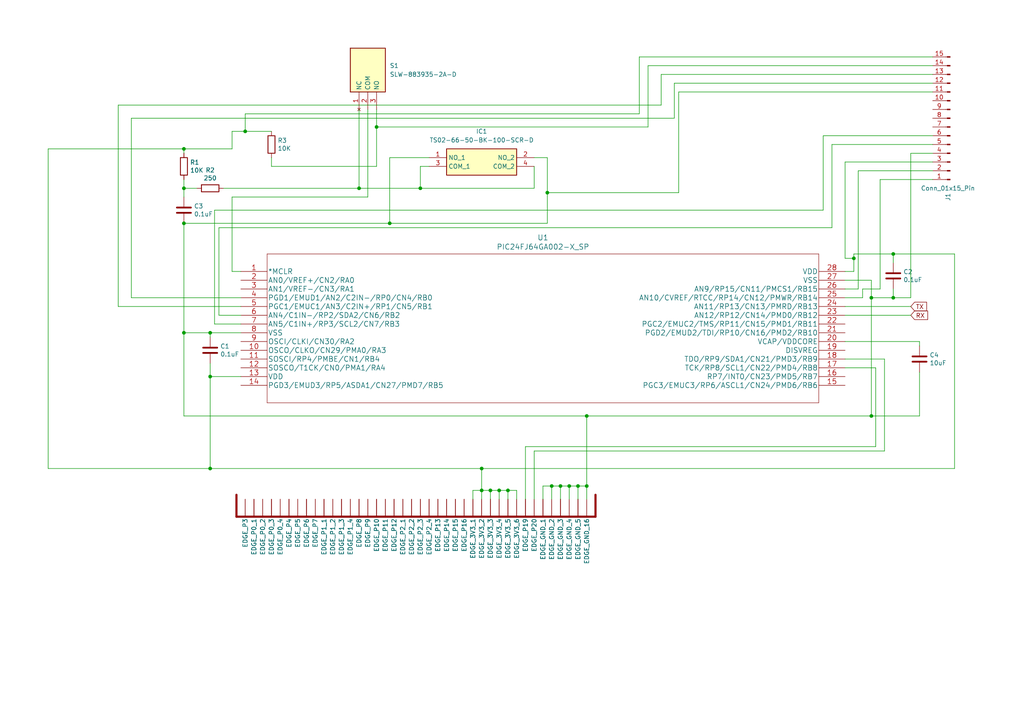
<source format=kicad_sch>
(kicad_sch (version 20230121) (generator eeschema)
  (paper "A4")
  (lib_symbols
    (symbol "Button:TS02-66-50-BK-100-SCR-D"
      (property "Reference" "IC" (at 26.67 7.62 0))
      (property "Value" "TS02-66-50-BK-100-SCR-D" (at 26.67 5.08 0))
      (symbol "TS02-66-50-BK-100-SCR-D_1_1"
        (rectangle (start 5.08 2.54) (end 25.4 -5.08) (stroke (width 0.254)) (fill (type background)))
        (pin passive line (at 0 0 0) (length 5.08) (name "NO_1") (number "1"))
        (pin passive line (at 30.48 0 180) (length 5.08) (name "NO_2") (number "2"))
        (pin passive line (at 0 -2.54 0) (length 5.08) (name "COM_1") (number "3"))
        (pin passive line (at 30.48 -2.54 180) (length 5.08) (name "COM_2") (number "4"))
      )
    )
    (symbol "Connector:Conn_01x15_Pin" (pin_names (offset 1.016) hide)
      (property "Reference" "J" (at 0 20.32 0))
      (property "Value" "Conn_01x15_Pin" (at 0 -20.32 0))
      (symbol "Conn_01x15_Pin_1_1"
        (polyline (pts (xy 1.27 -17.78) (xy 0.8636 -17.78)) (stroke (width 0.1524)))
        (polyline (pts (xy 1.27 -15.24) (xy 0.8636 -15.24)) (stroke (width 0.1524)))
        (polyline (pts (xy 1.27 -12.7) (xy 0.8636 -12.7)) (stroke (width 0.1524)))
        (polyline (pts (xy 1.27 -10.16) (xy 0.8636 -10.16)) (stroke (width 0.1524)))
        (polyline (pts (xy 1.27 -7.62) (xy 0.8636 -7.62)) (stroke (width 0.1524)))
        (polyline (pts (xy 1.27 -5.08) (xy 0.8636 -5.08)) (stroke (width 0.1524)))
        (polyline (pts (xy 1.27 -2.54) (xy 0.8636 -2.54)) (stroke (width 0.1524)))
        (polyline (pts (xy 1.27 0) (xy 0.8636 0)) (stroke (width 0.1524)))
        (polyline (pts (xy 1.27 2.54) (xy 0.8636 2.54)) (stroke (width 0.1524)))
        (polyline (pts (xy 1.27 5.08) (xy 0.8636 5.08)) (stroke (width 0.1524)))
        (polyline (pts (xy 1.27 7.62) (xy 0.8636 7.62)) (stroke (width 0.1524)))
        (polyline (pts (xy 1.27 10.16) (xy 0.8636 10.16)) (stroke (width 0.1524)))
        (polyline (pts (xy 1.27 12.7) (xy 0.8636 12.7)) (stroke (width 0.1524)))
        (polyline (pts (xy 1.27 15.24) (xy 0.8636 15.24)) (stroke (width 0.1524)))
        (polyline (pts (xy 1.27 17.78) (xy 0.8636 17.78)) (stroke (width 0.1524)))
        (rectangle (start 0.8636 -17.653) (end 0 -17.907) (stroke (width 0.1524)) (fill (type outline)))
        (rectangle (start 0.8636 -15.113) (end 0 -15.367) (stroke (width 0.1524)) (fill (type outline)))
        (rectangle (start 0.8636 -12.573) (end 0 -12.827) (stroke (width 0.1524)) (fill (type outline)))
        (rectangle (start 0.8636 -10.033) (end 0 -10.287) (stroke (width 0.1524)) (fill (type outline)))
        (rectangle (start 0.8636 -7.493) (end 0 -7.747) (stroke (width 0.1524)) (fill (type outline)))
        (rectangle (start 0.8636 -4.953) (end 0 -5.207) (stroke (width 0.1524)) (fill (type outline)))
        (rectangle (start 0.8636 -2.413) (end 0 -2.667) (stroke (width 0.1524)) (fill (type outline)))
        (rectangle (start 0.8636 0.127) (end 0 -0.127) (stroke (width 0.1524)) (fill (type outline)))
        (rectangle (start 0.8636 2.667) (end 0 2.413) (stroke (width 0.1524)) (fill (type outline)))
        (rectangle (start 0.8636 5.207) (end 0 4.953) (stroke (width 0.1524)) (fill (type outline)))
        (rectangle (start 0.8636 7.747) (end 0 7.493) (stroke (width 0.1524)) (fill (type outline)))
        (rectangle (start 0.8636 10.287) (end 0 10.033) (stroke (width 0.1524)) (fill (type outline)))
        (rectangle (start 0.8636 12.827) (end 0 12.573) (stroke (width 0.1524)) (fill (type outline)))
        (rectangle (start 0.8636 15.367) (end 0 15.113) (stroke (width 0.1524)) (fill (type outline)))
        (rectangle (start 0.8636 17.907) (end 0 17.653) (stroke (width 0.1524)) (fill (type outline)))
        (pin passive line (at 5.08 17.78 180) (length 3.81) (name "Pin_1") (number "1"))
        (pin passive line (at 5.08 -5.08 180) (length 3.81) (name "Pin_10") (number "10"))
        (pin passive line (at 5.08 -7.62 180) (length 3.81) (name "Pin_11") (number "11"))
        (pin passive line (at 5.08 -10.16 180) (length 3.81) (name "Pin_12") (number "12"))
        (pin passive line (at 5.08 -12.7 180) (length 3.81) (name "Pin_13") (number "13"))
        (pin passive line (at 5.08 -15.24 180) (length 3.81) (name "Pin_14") (number "14"))
        (pin passive line (at 5.08 -17.78 180) (length 3.81) (name "Pin_15") (number "15"))
        (pin passive line (at 5.08 15.24 180) (length 3.81) (name "Pin_2") (number "2"))
        (pin passive line (at 5.08 12.7 180) (length 3.81) (name "Pin_3") (number "3"))
        (pin passive line (at 5.08 10.16 180) (length 3.81) (name "Pin_4") (number "4"))
        (pin passive line (at 5.08 7.62 180) (length 3.81) (name "Pin_5") (number "5"))
        (pin passive line (at 5.08 5.08 180) (length 3.81) (name "Pin_6") (number "6"))
        (pin passive line (at 5.08 2.54 180) (length 3.81) (name "Pin_7") (number "7"))
        (pin passive line (at 5.08 0 180) (length 3.81) (name "Pin_8") (number "8"))
        (pin passive line (at 5.08 -2.54 180) (length 3.81) (name "Pin_9") (number "9"))
      )
    )
    (symbol "Device:C" (pin_numbers hide) (pin_names (offset 0.254))
      (property "Reference" "C" (at 0.635 2.54 0))
      (property "Value" "C" (at 0.635 -2.54 0))
      (symbol "C_0_1"
        (polyline (pts (xy -2.032 -0.762) (xy 2.032 -0.762)) (stroke (width 0.508)))
        (polyline (pts (xy -2.032 0.762) (xy 2.032 0.762)) (stroke (width 0.508)))
      )
      (symbol "C_1_1"
        (pin passive line (at 0 3.81 270) (length 2.794) (name "~") (number "1"))
        (pin passive line (at 0 -3.81 90) (length 2.794) (name "~") (number "2"))
      )
    )
    (symbol "Device:R" (pin_numbers hide) (pin_names (offset 0))
      (property "Reference" "R" (at 2.032 0 90))
      (property "Value" "R" (at 0 0 90))
      (symbol "R_0_1"
        (rectangle (start -1.016 -2.54) (end 1.016 2.54) (stroke (width 0.254)))
      )
      (symbol "R_1_1"
        (pin passive line (at 0 3.81 270) (length 1.27) (name "~") (number "1"))
        (pin passive line (at 0 -3.81 90) (length 1.27) (name "~") (number "2"))
      )
    )
    (symbol "Edge_Connector:BBC_EDGE"
      (symbol "BBC_EDGE_1_0"
        (polyline (pts (xy -50.8 -1.27) (xy 53.34 -1.27)) (stroke (width 0.6096)))
        (polyline (pts (xy -50.8 5.08) (xy -50.8 -1.27)) (stroke (width 0.6096)))
        (polyline (pts (xy 53.34 -1.27) (xy 53.34 5.08)) (stroke (width 0.6096)))
        (pin bidirectional line (at -48.26 3.81 270) (length 5.08) (name "EDGE_P3") (number "P$1"))
        (pin bidirectional line (at -25.4 3.81 270) (length 5.08) (name "EDGE_P1_1") (number "P$10"))
        (pin bidirectional line (at -22.86 3.81 270) (length 5.08) (name "EDGE_P1_2") (number "P$11"))
        (pin bidirectional line (at -20.32 3.81 270) (length 5.08) (name "EDGE_P1_3") (number "P$12"))
        (pin bidirectional line (at -17.78 3.81 270) (length 5.08) (name "EDGE_P1_4") (number "P$13"))
        (pin bidirectional line (at -15.24 3.81 270) (length 5.08) (name "EDGE_P8") (number "P$14"))
        (pin bidirectional line (at -12.7 3.81 270) (length 5.08) (name "EDGE_P9") (number "P$15"))
        (pin bidirectional line (at -10.16 3.81 270) (length 5.08) (name "EDGE_P10") (number "P$16"))
        (pin bidirectional line (at -7.62 3.81 270) (length 5.08) (name "EDGE_P11") (number "P$17"))
        (pin bidirectional line (at -5.08 3.81 270) (length 5.08) (name "EDGE_P12") (number "P$18"))
        (pin bidirectional line (at -2.54 3.81 270) (length 5.08) (name "EDGE_P2_1") (number "P$19"))
        (pin bidirectional line (at -45.72 3.81 270) (length 5.08) (name "EDGE_P0_1") (number "P$2"))
        (pin bidirectional line (at 0 3.81 270) (length 5.08) (name "EDGE_P2_2") (number "P$20"))
        (pin bidirectional line (at 2.54 3.81 270) (length 5.08) (name "EDGE_P2_3") (number "P$21"))
        (pin bidirectional line (at 5.08 3.81 270) (length 5.08) (name "EDGE_P2_4") (number "P$22"))
        (pin bidirectional line (at 7.62 3.81 270) (length 5.08) (name "EDGE_P13") (number "P$23"))
        (pin bidirectional line (at 10.16 3.81 270) (length 5.08) (name "EDGE_P14") (number "P$24"))
        (pin bidirectional line (at 12.7 3.81 270) (length 5.08) (name "EDGE_P15") (number "P$25"))
        (pin bidirectional line (at 15.24 3.81 270) (length 5.08) (name "EDGE_P16") (number "P$26"))
        (pin bidirectional line (at 17.78 3.81 270) (length 5.08) (name "EDGE_3V3_1") (number "P$27"))
        (pin bidirectional line (at 20.32 3.81 270) (length 5.08) (name "EDGE_3V3_2") (number "P$28"))
        (pin bidirectional line (at 22.86 3.81 270) (length 5.08) (name "EDGE_3V3_3") (number "P$29"))
        (pin bidirectional line (at -43.18 3.81 270) (length 5.08) (name "EDGE_P0_2") (number "P$3"))
        (pin bidirectional line (at 25.4 3.81 270) (length 5.08) (name "EDGE_3V3_4") (number "P$30"))
        (pin bidirectional line (at 27.94 3.81 270) (length 5.08) (name "EDGE_3V3_5") (number "P$31"))
        (pin bidirectional line (at 30.48 3.81 270) (length 5.08) (name "EDGE_3V3_6") (number "P$32"))
        (pin bidirectional line (at 33.02 3.81 270) (length 5.08) (name "EDGE_P19") (number "P$33"))
        (pin bidirectional line (at 35.56 3.81 270) (length 5.08) (name "EDGE_P20") (number "P$34"))
        (pin bidirectional line (at 38.1 3.81 270) (length 5.08) (name "EDGE_GND_1") (number "P$35"))
        (pin bidirectional line (at 40.64 3.81 270) (length 5.08) (name "EDGE_GND_2") (number "P$36"))
        (pin bidirectional line (at 43.18 3.81 270) (length 5.08) (name "EDGE_GND_3") (number "P$37"))
        (pin bidirectional line (at 45.72 3.81 270) (length 5.08) (name "EDGE_GND_4") (number "P$38"))
        (pin bidirectional line (at 48.26 3.81 270) (length 5.08) (name "EDGE_GND_5") (number "P$39"))
        (pin bidirectional line (at -40.64 3.81 270) (length 5.08) (name "EDGE_P0_3") (number "P$4"))
        (pin bidirectional line (at 50.8 3.81 270) (length 5.08) (name "EDGE_GND_16") (number "P$40"))
        (pin bidirectional line (at -48.26 3.81 270) (length 5.08) (name "EDGE_P3") (number "P$41"))
        (pin bidirectional line (at -45.72 3.81 270) (length 5.08) (name "EDGE_P0_1") (number "P$42"))
        (pin bidirectional line (at -43.18 3.81 270) (length 5.08) (name "EDGE_P0_2") (number "P$43"))
        (pin bidirectional line (at -40.64 3.81 270) (length 5.08) (name "EDGE_P0_3") (number "P$44"))
        (pin bidirectional line (at -38.1 3.81 270) (length 5.08) (name "EDGE_P0_4") (number "P$45"))
        (pin bidirectional line (at -35.56 3.81 270) (length 5.08) (name "EDGE_P4") (number "P$46"))
        (pin bidirectional line (at -33.02 3.81 270) (length 5.08) (name "EDGE_P5") (number "P$47"))
        (pin bidirectional line (at -30.48 3.81 270) (length 5.08) (name "EDGE_P6") (number "P$48"))
        (pin bidirectional line (at -27.94 3.81 270) (length 5.08) (name "EDGE_P7") (number "P$49"))
        (pin bidirectional line (at -38.1 3.81 270) (length 5.08) (name "EDGE_P0_4") (number "P$5"))
        (pin bidirectional line (at -25.4 3.81 270) (length 5.08) (name "EDGE_P1_1") (number "P$50"))
        (pin bidirectional line (at -22.86 3.81 270) (length 5.08) (name "EDGE_P1_2") (number "P$51"))
        (pin bidirectional line (at -20.32 3.81 270) (length 5.08) (name "EDGE_P1_3") (number "P$52"))
        (pin bidirectional line (at -17.78 3.81 270) (length 5.08) (name "EDGE_P1_4") (number "P$53"))
        (pin bidirectional line (at -15.24 3.81 270) (length 5.08) (name "EDGE_P8") (number "P$54"))
        (pin bidirectional line (at -12.7 3.81 270) (length 5.08) (name "EDGE_P9") (number "P$55"))
        (pin bidirectional line (at -10.16 3.81 270) (length 5.08) (name "EDGE_P10") (number "P$56"))
        (pin bidirectional line (at -7.62 3.81 270) (length 5.08) (name "EDGE_P11") (number "P$57"))
        (pin bidirectional line (at -5.08 3.81 270) (length 5.08) (name "EDGE_P12") (number "P$58"))
        (pin bidirectional line (at -2.54 3.81 270) (length 5.08) (name "EDGE_P2_1") (number "P$59"))
        (pin bidirectional line (at -35.56 3.81 270) (length 5.08) (name "EDGE_P4") (number "P$6"))
        (pin bidirectional line (at 0 3.81 270) (length 5.08) (name "EDGE_P2_2") (number "P$60"))
        (pin bidirectional line (at 2.54 3.81 270) (length 5.08) (name "EDGE_P2_3") (number "P$61"))
        (pin bidirectional line (at 5.08 3.81 270) (length 5.08) (name "EDGE_P2_4") (number "P$62"))
        (pin bidirectional line (at 7.62 3.81 270) (length 5.08) (name "EDGE_P13") (number "P$63"))
        (pin bidirectional line (at 10.16 3.81 270) (length 5.08) (name "EDGE_P14") (number "P$64"))
        (pin bidirectional line (at 12.7 3.81 270) (length 5.08) (name "EDGE_P15") (number "P$65"))
        (pin bidirectional line (at 15.24 3.81 270) (length 5.08) (name "EDGE_P16") (number "P$66"))
        (pin bidirectional line (at 17.78 3.81 270) (length 5.08) (name "EDGE_3V3_1") (number "P$67"))
        (pin bidirectional line (at 20.32 3.81 270) (length 5.08) (name "EDGE_3V3_2") (number "P$68"))
        (pin bidirectional line (at 22.86 3.81 270) (length 5.08) (name "EDGE_3V3_3") (number "P$69"))
        (pin bidirectional line (at -33.02 3.81 270) (length 5.08) (name "EDGE_P5") (number "P$7"))
        (pin bidirectional line (at 25.4 3.81 270) (length 5.08) (name "EDGE_3V3_4") (number "P$70"))
        (pin bidirectional line (at 27.94 3.81 270) (length 5.08) (name "EDGE_3V3_5") (number "P$71"))
        (pin bidirectional line (at 30.48 3.81 270) (length 5.08) (name "EDGE_3V3_6") (number "P$72"))
        (pin bidirectional line (at 33.02 3.81 270) (length 5.08) (name "EDGE_P19") (number "P$73"))
        (pin bidirectional line (at 35.56 3.81 270) (length 5.08) (name "EDGE_P20") (number "P$74"))
        (pin bidirectional line (at 38.1 3.81 270) (length 5.08) (name "EDGE_GND_1") (number "P$75"))
        (pin bidirectional line (at 40.64 3.81 270) (length 5.08) (name "EDGE_GND_2") (number "P$76"))
        (pin bidirectional line (at 43.18 3.81 270) (length 5.08) (name "EDGE_GND_3") (number "P$77"))
        (pin bidirectional line (at 45.72 3.81 270) (length 5.08) (name "EDGE_GND_4") (number "P$78"))
        (pin bidirectional line (at 48.26 3.81 270) (length 5.08) (name "EDGE_GND_5") (number "P$79"))
        (pin bidirectional line (at -30.48 3.81 270) (length 5.08) (name "EDGE_P6") (number "P$8"))
        (pin bidirectional line (at 50.8 3.81 270) (length 5.08) (name "EDGE_GND_16") (number "P$80"))
        (pin bidirectional line (at -27.94 3.81 270) (length 5.08) (name "EDGE_P7") (number "P$9"))
      )
    )
    (symbol "KiCad_Project-rescue:PIC24FJ64GA002-X_SP-2024-01-28_16-23-25" (pin_names (offset 0.254))
      (property "Reference" "U" (at 87.63 10.16 0))
      (property "Value" "2024-01-28_16-23-25_PIC24FJ64GA002-X_SP" (at 87.63 7.62 0))
      (symbol "PIC24FJ64GA002-X_SP-2024-01-28_16-23-25_1_1"
        (polyline (pts (xy 7.62 -38.1) (xy 167.64 -38.1)) (stroke (width 0.127)))
        (polyline (pts (xy 7.62 5.08) (xy 7.62 -38.1)) (stroke (width 0.127)))
        (polyline (pts (xy 167.64 -38.1) (xy 167.64 5.08)) (stroke (width 0.127)))
        (polyline (pts (xy 167.64 5.08) (xy 7.62 5.08)) (stroke (width 0.127)))
        (pin unspecified line (at 0 0 0) (length 7.62) (name "*MCLR") (number "1"))
        (pin unspecified line (at 0 -22.86 0) (length 7.62) (name "OSCO/CLKO/CN29/PMA0/RA3") (number "10"))
        (pin unspecified line (at 0 -25.4 0) (length 7.62) (name "SOSCI/RP4/PMBE/CN1/RB4") (number "11"))
        (pin unspecified line (at 0 -27.94 0) (length 7.62) (name "SOSCO/T1CK/CN0/PMA1/RA4") (number "12"))
        (pin unspecified line (at 0 -30.48 0) (length 7.62) (name "VDD") (number "13"))
        (pin unspecified line (at 0 -33.02 0) (length 7.62) (name "PGD3/EMUD3/RP5/ASDA1/CN27/PMD7/RB5") (number "14"))
        (pin unspecified line (at 175.26 -33.02 180) (length 7.62) (name "PGC3/EMUC3/RP6/ASCL1/CN24/PMD6/RB6") (number "15"))
        (pin unspecified line (at 175.26 -30.48 180) (length 7.62) (name "RP7/INT0/CN23/PMD5/RB7") (number "16"))
        (pin unspecified line (at 175.26 -27.94 180) (length 7.62) (name "TCK/RP8/SCL1/CN22/PMD4/RB8") (number "17"))
        (pin unspecified line (at 175.26 -25.4 180) (length 7.62) (name "TDO/RP9/SDA1/CN21/PMD3/RB9") (number "18"))
        (pin unspecified line (at 175.26 -22.86 180) (length 7.62) (name "DISVREG") (number "19"))
        (pin unspecified line (at 0 -2.54 0) (length 7.62) (name "AN0/VREF+/CN2/RA0") (number "2"))
        (pin unspecified line (at 175.26 -20.32 180) (length 7.62) (name "VCAP/VDDCORE") (number "20"))
        (pin unspecified line (at 175.26 -17.78 180) (length 7.62) (name "PGD2/EMUD2/TDI/RP10/CN16/PMD2/RB10") (number "21"))
        (pin unspecified line (at 175.26 -15.24 180) (length 7.62) (name "PGC2/EMUC2/TMS/RP11/CN15/PMD1/RB11") (number "22"))
        (pin unspecified line (at 175.26 -12.7 180) (length 7.62) (name "AN12/RP12/CN14/PMD0/RB12") (number "23"))
        (pin unspecified line (at 175.26 -10.16 180) (length 7.62) (name "AN11/RP13/CN13/PMRD/RB13") (number "24"))
        (pin unspecified line (at 175.26 -7.62 180) (length 7.62) (name "AN10/CVREF/RTCC/RP14/CN12/PMWR/RB14") (number "25"))
        (pin unspecified line (at 175.26 -5.08 180) (length 7.62) (name "AN9/RP15/CN11/PMCS1/RB15") (number "26"))
        (pin unspecified line (at 175.26 -2.54 180) (length 7.62) (name "VSS") (number "27"))
        (pin unspecified line (at 175.26 0 180) (length 7.62) (name "VDD") (number "28"))
        (pin unspecified line (at 0 -5.08 0) (length 7.62) (name "AN1/VREF-/CN3/RA1") (number "3"))
        (pin unspecified line (at 0 -7.62 0) (length 7.62) (name "PGD1/EMUD1/AN2/C2IN-/RP0/CN4/RB0") (number "4"))
        (pin unspecified line (at 0 -10.16 0) (length 7.62) (name "PGC1/EMUC1/AN3/C2IN+/RP1/CN5/RB1") (number "5"))
        (pin unspecified line (at 0 -12.7 0) (length 7.62) (name "AN4/C1IN-/RP2/SDA2/CN6/RB2") (number "6"))
        (pin unspecified line (at 0 -15.24 0) (length 7.62) (name "AN5/C1IN+/RP3/SCL2/CN7/RB3") (number "7"))
        (pin unspecified line (at 0 -17.78 0) (length 7.62) (name "VSS") (number "8"))
        (pin unspecified line (at 0 -20.32 0) (length 7.62) (name "OSCI/CLKI/CN30/RA2") (number "9"))
      )
    )
    (symbol "Slide Switch:SLW-883935-2A-D"
      (property "Reference" "S" (at 19.05 7.62 0))
      (property "Value" "SLW-883935-2A-D" (at 19.05 5.08 0))
      (symbol "SLW-883935-2A-D_1_1"
        (rectangle (start 5.08 2.54) (end 17.78 -7.62) (stroke (width 0.254)) (fill (type background)))
        (pin no_connect line (at 0 0 0) (length 5.08) (name "NC") (number "1"))
        (pin passive line (at 0 -2.54 0) (length 5.08) (name "COM") (number "2"))
        (pin passive line (at 0 -5.08 0) (length 5.08) (name "NO") (number "3"))
      )
    )
  )
  (junction (at 53.34 54.61))
  (junction (at 121.92 54.61))
  (junction (at 71.12 38.1))
  (junction (at 252.73 120.65))
  (junction (at 60.96 96.52))
  (junction (at 53.34 96.52))
  (junction (at 60.96 109.22))
  (junction (at 160.02 140.97))
  (junction (at 247.65 74.93))
  (junction (at 142.24 142.24))
  (junction (at 60.96 135.89))
  (junction (at 113.03 64.77))
  (junction (at 53.34 43.18))
  (junction (at 170.18 120.65))
  (junction (at 162.56 140.97))
  (junction (at 158.75 55.88))
  (junction (at 139.7 135.89))
  (junction (at 167.64 140.97))
  (junction (at 139.7 142.24))
  (junction (at 53.34 64.77))
  (junction (at 109.22 36.83))
  (junction (at 147.32 142.24))
  (junction (at 165.1 140.97))
  (junction (at 259.08 73.66))
  (junction (at 259.08 86.36))
  (junction (at 252.73 86.36))
  (junction (at 144.78 142.24))
  (junction (at 104.14 54.61))
  (junction (at 170.18 140.97))
  (wire (pts (xy 245.11 74.93) (xy 247.65 74.93)))
  (wire (pts (xy 69.85 91.44) (xy 63.5 91.44)))
  (wire (pts (xy 38.1 34.29) (xy 195.58 34.29)))
  (wire (pts (xy 252.73 120.65) (xy 266.7 120.65)))
  (wire (pts (xy 245.11 99.06) (xy 266.7 99.06)))
  (wire (pts (xy 78.74 48.26) (xy 78.74 45.72)))
  (wire (pts (xy 142.24 142.24) (xy 144.78 142.24)))
  (wire (pts (xy 191.77 30.48) (xy 191.77 21.59)))
  (wire (pts (xy 254 129.54) (xy 152.4 129.54)))
  (wire (pts (xy 187.96 19.05) (xy 270.51 19.05)))
  (wire (pts (xy 195.58 34.29) (xy 195.58 24.13)))
  (wire (pts (xy 60.96 135.89) (xy 139.7 135.89)))
  (wire (pts (xy 245.11 91.44) (xy 264.16 91.44)))
  (wire (pts (xy 137.16 144.78) (xy 137.16 142.24)))
  (wire (pts (xy 152.4 129.54) (xy 152.4 144.78)))
  (wire (pts (xy 124.46 48.26) (xy 121.92 48.26)))
  (wire (pts (xy 62.23 60.96) (xy 238.76 60.96)))
  (wire (pts (xy 245.11 83.82) (xy 248.92 83.82)))
  (wire (pts (xy 250.19 83.82) (xy 255.27 83.82)))
  (wire (pts (xy 109.22 36.83) (xy 187.96 36.83)))
  (wire (pts (xy 248.92 83.82) (xy 248.92 49.53)))
  (wire (pts (xy 245.11 81.28) (xy 252.73 81.28)))
  (wire (pts (xy 165.1 140.97) (xy 167.64 140.97)))
  (wire (pts (xy 254 106.68) (xy 254 129.54)))
  (wire (pts (xy 106.68 31.75) (xy 106.68 57.15)))
  (wire (pts (xy 69.85 93.98) (xy 62.23 93.98)))
  (wire (pts (xy 160.02 140.97) (xy 160.02 144.78)))
  (wire (pts (xy 191.77 21.59) (xy 270.51 21.59)))
  (wire (pts (xy 69.85 88.9) (xy 34.29 88.9)))
  (wire (pts (xy 170.18 120.65) (xy 53.34 120.65)))
  (wire (pts (xy 250.19 86.36) (xy 250.19 83.82)))
  (wire (pts (xy 53.34 54.61) (xy 53.34 52.07)))
  (wire (pts (xy 124.46 45.72) (xy 113.03 45.72)))
  (wire (pts (xy 63.5 91.44) (xy 63.5 66.04)))
  (wire (pts (xy 109.22 31.75) (xy 109.22 36.83)))
  (wire (pts (xy 196.85 55.88) (xy 158.75 55.88)))
  (wire (pts (xy 113.03 64.77) (xy 53.34 64.77)))
  (wire (pts (xy 62.23 93.98) (xy 62.23 60.96)))
  (wire (pts (xy 147.32 142.24) (xy 149.86 142.24)))
  (wire (pts (xy 113.03 64.77) (xy 158.75 64.77)))
  (wire (pts (xy 71.12 33.02) (xy 185.42 33.02)))
  (wire (pts (xy 252.73 86.36) (xy 252.73 120.65)))
  (wire (pts (xy 137.16 142.24) (xy 139.7 142.24)))
  (wire (pts (xy 60.96 109.22) (xy 60.96 105.41)))
  (wire (pts (xy 170.18 120.65) (xy 170.18 140.97)))
  (wire (pts (xy 13.97 135.89) (xy 60.96 135.89)))
  (wire (pts (xy 170.18 140.97) (xy 170.18 144.78)))
  (wire (pts (xy 266.7 107.95) (xy 266.7 120.65)))
  (wire (pts (xy 67.31 57.15) (xy 106.68 57.15)))
  (wire (pts (xy 256.54 104.14) (xy 256.54 130.81)))
  (wire (pts (xy 248.92 49.53) (xy 270.51 49.53)))
  (wire (pts (xy 142.24 142.24) (xy 142.24 144.78)))
  (wire (pts (xy 270.51 44.45) (xy 264.16 44.45)))
  (wire (pts (xy 69.85 78.74) (xy 67.31 78.74)))
  (wire (pts (xy 104.14 31.75) (xy 104.14 54.61)))
  (wire (pts (xy 264.16 44.45) (xy 264.16 86.36)))
  (wire (pts (xy 245.11 104.14) (xy 256.54 104.14)))
  (wire (pts (xy 245.11 106.68) (xy 254 106.68)))
  (wire (pts (xy 165.1 140.97) (xy 165.1 144.78)))
  (wire (pts (xy 69.85 96.52) (xy 60.96 96.52)))
  (wire (pts (xy 147.32 142.24) (xy 147.32 144.78)))
  (wire (pts (xy 245.11 46.99) (xy 245.11 74.93)))
  (wire (pts (xy 109.22 48.26) (xy 78.74 48.26)))
  (wire (pts (xy 195.58 24.13) (xy 270.51 24.13)))
  (wire (pts (xy 139.7 135.89) (xy 139.7 142.24)))
  (wire (pts (xy 53.34 64.77) (xy 53.34 96.52)))
  (wire (pts (xy 104.14 54.61) (xy 121.92 54.61)))
  (wire (pts (xy 238.76 39.37) (xy 270.51 39.37)))
  (wire (pts (xy 187.96 36.83) (xy 187.96 19.05)))
  (wire (pts (xy 78.74 38.1) (xy 71.12 38.1)))
  (wire (pts (xy 162.56 140.97) (xy 162.56 144.78)))
  (wire (pts (xy 149.86 142.24) (xy 149.86 144.78)))
  (wire (pts (xy 162.56 140.97) (xy 165.1 140.97)))
  (wire (pts (xy 57.15 54.61) (xy 53.34 54.61)))
  (wire (pts (xy 154.94 130.81) (xy 154.94 144.78)))
  (wire (pts (xy 64.77 54.61) (xy 104.14 54.61)))
  (wire (pts (xy 13.97 43.18) (xy 13.97 135.89)))
  (wire (pts (xy 139.7 144.78) (xy 139.7 142.24)))
  (wire (pts (xy 113.03 45.72) (xy 113.03 64.77)))
  (wire (pts (xy 38.1 34.29) (xy 38.1 86.36)))
  (wire (pts (xy 259.08 73.66) (xy 276.86 73.66)))
  (wire (pts (xy 144.78 142.24) (xy 147.32 142.24)))
  (wire (pts (xy 53.34 54.61) (xy 53.34 57.15)))
  (wire (pts (xy 53.34 43.18) (xy 67.31 43.18)))
  (wire (pts (xy 69.85 109.22) (xy 60.96 109.22)))
  (wire (pts (xy 63.5 66.04) (xy 241.3 66.04)))
  (wire (pts (xy 34.29 30.48) (xy 191.77 30.48)))
  (wire (pts (xy 270.51 46.99) (xy 245.11 46.99)))
  (wire (pts (xy 53.34 43.18) (xy 53.34 44.45)))
  (wire (pts (xy 266.7 99.06) (xy 266.7 100.33)))
  (wire (pts (xy 154.94 45.72) (xy 158.75 45.72)))
  (wire (pts (xy 157.48 140.97) (xy 160.02 140.97)))
  (wire (pts (xy 121.92 48.26) (xy 121.92 54.61)))
  (wire (pts (xy 139.7 142.24) (xy 142.24 142.24)))
  (wire (pts (xy 185.42 16.51) (xy 270.51 16.51)))
  (wire (pts (xy 67.31 78.74) (xy 67.31 57.15)))
  (wire (pts (xy 238.76 60.96) (xy 238.76 39.37)))
  (wire (pts (xy 245.11 78.74) (xy 247.65 78.74)))
  (wire (pts (xy 60.96 109.22) (xy 60.96 135.89)))
  (wire (pts (xy 245.11 88.9) (xy 264.16 88.9)))
  (wire (pts (xy 157.48 144.78) (xy 157.48 140.97)))
  (wire (pts (xy 160.02 140.97) (xy 162.56 140.97)))
  (wire (pts (xy 247.65 73.66) (xy 259.08 73.66)))
  (wire (pts (xy 53.34 43.18) (xy 13.97 43.18)))
  (wire (pts (xy 241.3 41.91) (xy 270.51 41.91)))
  (wire (pts (xy 252.73 86.36) (xy 259.08 86.36)))
  (wire (pts (xy 276.86 135.89) (xy 139.7 135.89)))
  (wire (pts (xy 71.12 38.1) (xy 67.31 38.1)))
  (wire (pts (xy 170.18 120.65) (xy 252.73 120.65)))
  (wire (pts (xy 256.54 130.81) (xy 154.94 130.81)))
  (wire (pts (xy 167.64 140.97) (xy 167.64 144.78)))
  (wire (pts (xy 158.75 45.72) (xy 158.75 55.88)))
  (wire (pts (xy 276.86 73.66) (xy 276.86 135.89)))
  (wire (pts (xy 247.65 74.93) (xy 247.65 73.66)))
  (wire (pts (xy 252.73 81.28) (xy 252.73 86.36)))
  (wire (pts (xy 196.85 26.67) (xy 196.85 55.88)))
  (wire (pts (xy 241.3 66.04) (xy 241.3 41.91)))
  (wire (pts (xy 109.22 36.83) (xy 109.22 48.26)))
  (wire (pts (xy 259.08 86.36) (xy 259.08 83.82)))
  (wire (pts (xy 53.34 120.65) (xy 53.34 96.52)))
  (wire (pts (xy 185.42 33.02) (xy 185.42 16.51)))
  (wire (pts (xy 53.34 96.52) (xy 60.96 96.52)))
  (wire (pts (xy 144.78 142.24) (xy 144.78 144.78)))
  (wire (pts (xy 67.31 38.1) (xy 67.31 43.18)))
  (wire (pts (xy 167.64 140.97) (xy 170.18 140.97)))
  (wire (pts (xy 255.27 83.82) (xy 255.27 52.07)))
  (wire (pts (xy 247.65 78.74) (xy 247.65 74.93)))
  (wire (pts (xy 34.29 30.48) (xy 34.29 88.9)))
  (wire (pts (xy 71.12 38.1) (xy 71.12 33.02)))
  (wire (pts (xy 245.11 86.36) (xy 250.19 86.36)))
  (wire (pts (xy 158.75 55.88) (xy 158.75 64.77)))
  (wire (pts (xy 69.85 86.36) (xy 38.1 86.36)))
  (wire (pts (xy 255.27 52.07) (xy 270.51 52.07)))
  (wire (pts (xy 259.08 73.66) (xy 259.08 76.2)))
  (wire (pts (xy 270.51 26.67) (xy 196.85 26.67)))
  (wire (pts (xy 154.94 48.26) (xy 154.94 54.61)))
  (wire (pts (xy 60.96 96.52) (xy 60.96 97.79)))
  (wire (pts (xy 121.92 54.61) (xy 154.94 54.61)))
  (wire (pts (xy 264.16 86.36) (xy 259.08 86.36)))
  (global_label "TX" (shape input) (at 264.16 88.9 0) (property "Intersheetrefs" "${INTERSHEET_REFS}" (effects hide)))
  (global_label "RX" (shape input) (at 264.16 91.44 0) (property "Intersheetrefs" "${INTERSHEET_REFS}" (effects hide)))
  (symbol (lib_id "KiCad_Project-rescue:PIC24FJ64GA002-X_SP-2024-01-28_16-23-25") (at 69.85 78.74 0) (unit 1)
    (property "Reference" "U1" (at 157.48 68.9102 0) (effects (font (size 1.524 1.524))))
    (property "Value" "PIC24FJ64GA002-X_SP" (at 157.48 71.6026 0) (effects (font (size 1.524 1.524))))
    (property "Footprint" "PIC24FJ64GA002:SPDIP28_300MC_MCH" (effects hide))
  )
  (symbol (lib_id "Device:C") (at 60.96 101.6 0) (unit 1)
    (property "Reference" "C1" (at 63.881 100.4316 0) (effects (justify left)))
    (property "Value" "0.1uF" (at 63.881 102.743 0) (effects (justify left)))
  )
  (symbol (lib_id "Device:C") (at 259.08 80.01 0) (unit 1)
    (property "Reference" "C2" (at 262.001 78.8416 0) (effects (justify left)))
    (property "Value" "0.1uF" (at 262.001 81.153 0) (effects (justify left)))
  )
  (symbol (lib_id "Device:C") (at 266.7 104.14 0) (unit 1)
    (property "Reference" "C4" (at 269.621 102.9716 0) (effects (justify left)))
    (property "Value" "10uF" (at 269.621 105.283 0) (effects (justify left)))
  )
  (symbol (lib_id "Device:R") (at 53.34 48.26 0) (unit 1)
    (property "Reference" "R1" (at 55.118 47.0916 0) (effects (justify left)))
    (property "Value" "10K" (at 55.118 49.403 0) (effects (justify left)))
  )
  (symbol (lib_id "Device:R") (at 60.96 54.61 90) (unit 1)
    (property "Reference" "R2" (at 60.96 49.3522 90))
    (property "Value" "250" (at 60.96 51.6636 90))
  )
  (symbol (lib_id "Device:C") (at 53.34 60.96 0) (unit 1)
    (property "Reference" "C3" (at 56.261 59.7916 0) (effects (justify left)))
    (property "Value" "0.1uF" (at 56.261 62.103 0) (effects (justify left)))
  )
  (symbol (lib_id "Edge_Connector:BBC_EDGE") (at 119.38 148.59 0) (unit 1)
    (property "Reference" "1" (effects hide))
    (property "Footprint" "untitled:BBC_EDGE" (effects hide))
  )
  (symbol (lib_id "Connector:Conn_01x15_Pin") (at 275.59 34.29 180) (unit 1)
    (property "Reference" "J1" (at 274.955 57.15 90))
    (property "Value" "Conn_01x15_Pin" (at 274.955 54.61 0))
  )
  (symbol (lib_id "Button:TS02-66-50-BK-100-SCR-D") (at 124.46 45.72 0) (unit 1)
    (property "Reference" "IC1" (at 139.7 38.1 0))
    (property "Value" "TS02-66-50-BK-100-SCR-D" (at 139.7 40.64 0))
    (property "Footprint" "TS026650BK100SCRD" (effects hide))
    (property "Datasheet" "https://www.cuidevices.com/product/resource/ts02.pdf" (effects hide))
    (property "Height" "5.2" (effects hide))
    (property "Mouser Part Number" "179-TS026650BK100SCR" (effects hide))
    (property "Mouser Price/Stock" "https://www.mouser.co.uk/ProductDetail/CUI-Devices/TS02-66-50-BK-100-SCR-D?qs=A6eO%252BMLsxmQON%252BZSzpek2A%3D%3D" (effects hide))
    (property "Manufacturer_Name" "CUI Devices" (effects hide))
    (property "Manufacturer_Part_Number" "TS02-66-50-BK-100-SCR-D" (effects hide))
  )
  (symbol (lib_id "Slide Switch:SLW-883935-2A-D") (at 104.14 31.75 90) (unit 1)
    (property "Reference" "S1" (at 113.03 19.05 90) (effects (justify right)))
    (property "Value" "SLW-883935-2A-D" (at 113.03 21.59 90) (effects (justify right)))
    (property "Footprint" "SLW8839352AD" (effects hide))
    (property "Datasheet" "https://www.cuidevices.com/product/resource/pdf/slw-883935-2a-d.pdf" (effects hide))
    (property "Height" "6.1" (effects hide))
    (property "Mouser Part Number" "179-SLW-883935-2A-D" (effects hide))
    (property "Mouser Price/Stock" "https://www.mouser.co.uk/ProductDetail/CUI-Devices/SLW-883935-2A-D?qs=1Kr7Jg1SGW%2Fv9j8ky6fn%2FQ%3D%3D" (effects hide))
    (property "Manufacturer_Name" "CUI Devices" (effects hide))
    (property "Manufacturer_Part_Number" "SLW-883935-2A-D" (effects hide))
  )
  (symbol (lib_id "Device:R") (at 78.74 41.91 0) (unit 1)
    (property "Reference" "R3" (at 80.518 40.7416 0) (effects (justify left)))
    (property "Value" "10K" (at 80.518 43.053 0) (effects (justify left)))
  )
)
</source>
